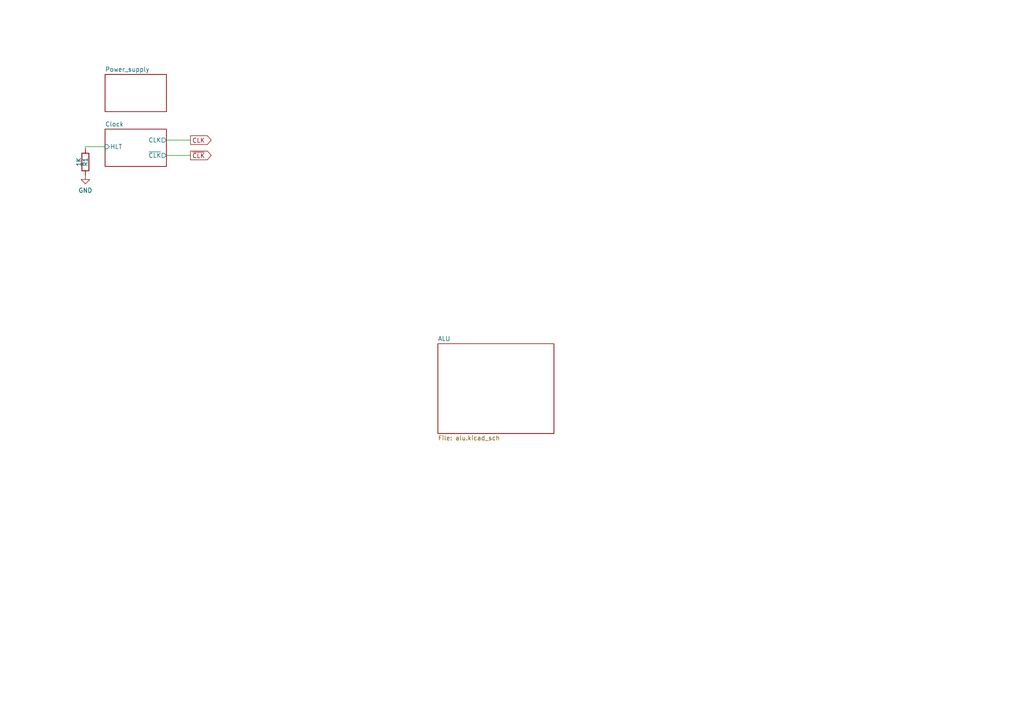
<source format=kicad_sch>
(kicad_sch (version 20211123) (generator eeschema)
  (paper "A4")
  (title_block (company "Devalgo"))
  (lib_symbols
    (symbol "Device:R" (pin_numbers hide) (pin_names (offset 0))
      (property "Reference" "R" (at 2.032 0 90))
      (property "Value" "R" (at 0 0 90))
      (symbol "R_0_1"
        (rectangle (start -1.016 -2.54) (end 1.016 2.54) (stroke (width 0.254)))
      )
      (symbol "R_1_1"
        (pin passive line (at 0 3.81 270) (length 1.27) (name "~") (number "1"))
        (pin passive line (at 0 -3.81 90) (length 1.27) (name "~") (number "2"))
      )
    )
    (symbol "power:GND" (power) (pin_names (offset 0))
      (property "Value" "GND" (at 0 -3.81 0))
      (symbol "GND_0_1"
        (polyline (pts (xy 0 0) (xy 0 -1.27) (xy 1.27 -1.27) (xy 0 -2.54) (xy -1.27 -1.27) (xy 0 -1.27)))
      )
      (symbol "GND_1_1"
        (pin power_in line (at 0 0 270) (length 0) hide (name "GND") (number "1"))
      )
    )
  )
  (wire (pts (xy 24.765 42.545) (xy 24.765 43.18)))
  (wire (pts (xy 30.48 42.545) (xy 24.765 42.545)))
  (wire (pts (xy 48.26 45.085) (xy 55.245 45.085)))
  (wire (pts (xy 48.26 40.64) (xy 55.245 40.64)))
  (global_label "~{CLK}" (shape output) (at 55.245 45.085 0) (property "Intersheet References" "${INTERSHEET_REFS}" (effects hide)))
  (global_label "CLK" (shape output) (at 55.245 40.64 0) (property "Intersheet References" "${INTERSHEET_REFS}" (effects hide)))
  (symbol (lib_id "Device:R") (at 24.765 46.99 0) (unit 1)
    (property "Reference" "R1" (at 24.765 46.99 90))
    (property "Value" "1K" (at 22.86 46.99 90))
    (property "Footprint" "Resistor_THT:R_Axial_DIN0204_L3.6mm_D1.6mm_P5.08mm_Horizontal" (effects hide))
  )
  (symbol (lib_id "power:GND") (at 24.765 50.8 0) (unit 1)
    (property "Reference" "#PWR01" (effects hide))
    (property "Value" "GND" (at 24.765 55.2434 0))
  )
  (sheet (at 127 99.695) (size 33.655 26.035)
    (property "Sheet name" "ALU" (at 127 98.9834 0) (effects (justify left bottom)))
    (property "Sheet file" "alu.kicad_sch" (at 127 126.3146 0) (effects (justify left top)))
  )
  (sheet (at 30.48 37.465) (size 17.78 10.795) (stroke (width 0.1524))
    (property "Sheet name" "Clock" (at 30.48 36.7534 0) (effects (justify left bottom)))
    (property "Sheet file" "clock.kicad_sch" (effects hide))
    (pin "HLT" input (at 30.48 42.545 180))
    (pin "~{CLK}" output (at 48.26 45.085 0))
    (pin "CLK" output (at 48.26 40.64 0))
  )
  (sheet (at 30.48 21.59) (size 17.78 10.795) (stroke (width 0.1524))
    (property "Sheet name" "Power_supply" (at 30.48 20.8784 0) (effects (justify left bottom)))
    (property "Sheet file" "power_supply.kicad_sch" (effects hide))
  )
)
</source>
